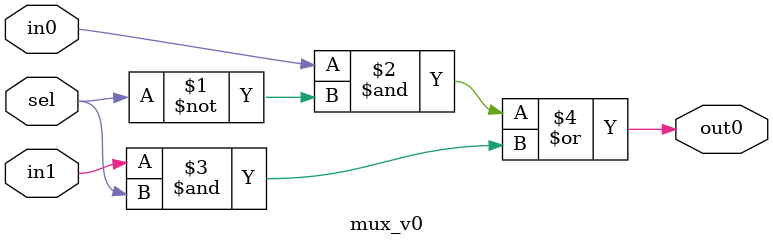
<source format=v>
`timescale 1ns / 1ps


module mux_v0(  input in0,
                input in1,
                input sel,
                output out0

    );
    assign out0 = (in0 & ~sel) | (in1 & sel);
endmodule

</source>
